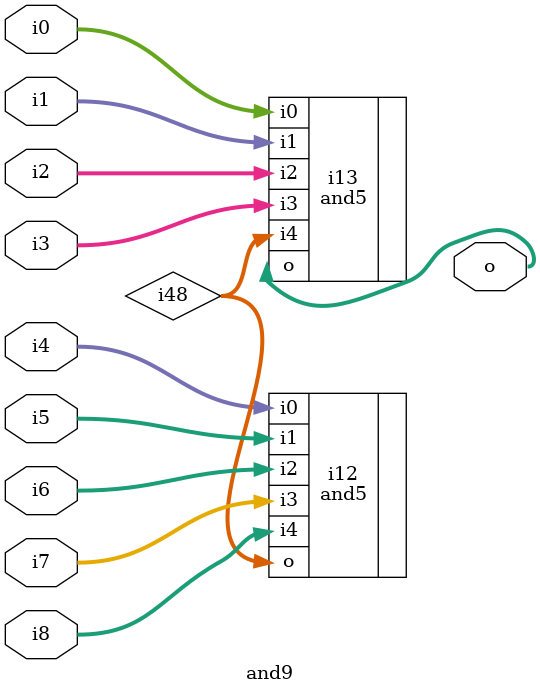
<source format=v>

module and9 (o, i0, i1, i2, i3, i4, i5, i6, i7, i8 );
// generated by Concept HDL Direct Version 1.7 08-Aug-94
// on Wed Sep  7 10:29:27 1994
// from /usr3/xiltest/concept/lib/xm3000/and9/logic

  parameter size = 0;

  output [size-1:0] o;
  input [size-1:0] i0;
  input [size-1:0] i1;
  input [size-1:0] i2;
  input [size-1:0] i3;
  input [size-1:0] i4;
  input [size-1:0] i5;
  input [size-1:0] i6;
  input [size-1:0] i7;
  input [size-1:0] i8;

  wire [size-1:0] i48;

// begin instances 

  and5 i12  (.i0(i4[size-1:0]),
	.i1(i5[size-1:0]),
	.i2(i6[size-1:0]),
	.i3(i7[size-1:0]),
	.i4(i8[size-1:0]),
	.o(i48[size-1:0]));
  defparam i12.size = size;

  and5 i13  (.i0(i0[size-1:0]),
	.i1(i1[size-1:0]),
	.i2(i2[size-1:0]),
	.i3(i3[size-1:0]),
	.i4(i48[size-1:0]),
	.o(o[size-1:0]));
  defparam i13.size = size;

endmodule // and9(logic) 

</source>
